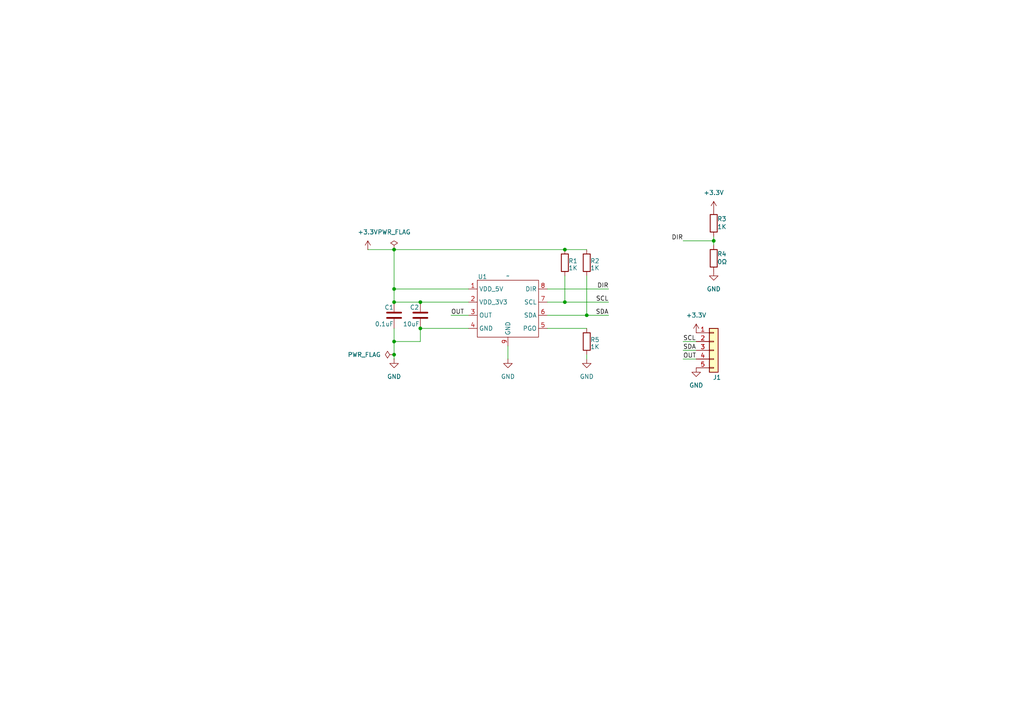
<source format=kicad_sch>
(kicad_sch (version 20231120) (generator "eeschema") (generator_version "8.0")
  (paper "A4")
  (lib_symbols
    (symbol "Connector_Generic:Conn_01x05" (pin_names (offset 1.016) hide)
      (property "Reference" "J" (at 0 7.62 0))
      (property "Value" "Conn_01x05" (at 0 -7.62 0))
      (symbol "Conn_01x05_1_1"
        (rectangle (start -1.27 -4.953) (end 0 -5.207) (stroke (width 0.1524)))
        (rectangle (start -1.27 -2.413) (end 0 -2.667) (stroke (width 0.1524)))
        (rectangle (start -1.27 0.127) (end 0 -0.127) (stroke (width 0.1524)))
        (rectangle (start -1.27 2.667) (end 0 2.413) (stroke (width 0.1524)))
        (rectangle (start -1.27 5.207) (end 0 4.953) (stroke (width 0.1524)))
        (rectangle (start -1.27 6.35) (end 1.27 -6.35) (stroke (width 0.254)) (fill (type background)))
        (pin passive line (at -5.08 5.08 0) (length 3.81) (name "Pin_1") (number "1"))
        (pin passive line (at -5.08 2.54 0) (length 3.81) (name "Pin_2") (number "2"))
        (pin passive line (at -5.08 0 0) (length 3.81) (name "Pin_3") (number "3"))
        (pin passive line (at -5.08 -2.54 0) (length 3.81) (name "Pin_4") (number "4"))
        (pin passive line (at -5.08 -5.08 0) (length 3.81) (name "Pin_5") (number "5"))
      )
    )
    (symbol "Device:C" (pin_numbers hide) (pin_names (offset 0.254))
      (property "Reference" "C" (at 0.635 2.54 0))
      (property "Value" "C" (at 0.635 -2.54 0))
      (symbol "C_0_1"
        (polyline (pts (xy -2.032 -0.762) (xy 2.032 -0.762)) (stroke (width 0.508)))
        (polyline (pts (xy -2.032 0.762) (xy 2.032 0.762)) (stroke (width 0.508)))
      )
      (symbol "C_1_1"
        (pin passive line (at 0 3.81 270) (length 2.794) (name "~") (number "1"))
        (pin passive line (at 0 -3.81 90) (length 2.794) (name "~") (number "2"))
      )
    )
    (symbol "Device:R" (pin_numbers hide) (pin_names (offset 0))
      (property "Reference" "R" (at 2.032 0 90))
      (property "Value" "R" (at 0 0 90))
      (symbol "R_0_1"
        (rectangle (start -1.016 -2.54) (end 1.016 2.54) (stroke (width 0.254)))
      )
      (symbol "R_1_1"
        (pin passive line (at 0 3.81 270) (length 1.27) (name "~") (number "1"))
        (pin passive line (at 0 -3.81 90) (length 1.27) (name "~") (number "2"))
      )
    )
    (symbol "My_Library:AS5600-ASOT"
      (property "Reference" "U" (at 1.27 1.27 0))
      (symbol "AS5600-ASOT_0_1"
        (rectangle (start 0 0) (end 17.78 -16.51))
      )
      (symbol "AS5600-ASOT_1_1"
        (pin power_in line (at -2.54 -2.54 0) (length 2.54) (name "VDD_5V") (number "1"))
        (pin power_in line (at -2.54 -6.35 0) (length 2.54) (name "VDD_3V3") (number "2"))
        (pin output line (at -2.54 -10.16 0) (length 2.54) (name "OUT") (number "3"))
        (pin power_in line (at -2.54 -13.97 0) (length 2.54) (name "GND") (number "4"))
        (pin input line (at 20.32 -13.97 180) (length 2.54) (name "PGO") (number "5"))
        (pin bidirectional line (at 20.32 -10.16 180) (length 2.54) (name "SDA") (number "6"))
        (pin bidirectional line (at 20.32 -6.35 180) (length 2.54) (name "SCL") (number "7"))
        (pin input line (at 20.32 -2.54 180) (length 2.54) (name "DIR") (number "8"))
        (pin power_in line (at 8.89 -19.05 90) (length 2.54) (name "GND") (number "9"))
      )
    )
    (symbol "power:+3.3V" (power) (pin_numbers hide) (pin_names (offset 0) hide)
      (property "Value" "+3.3V" (at 0 3.556 0))
      (symbol "+3.3V_0_1"
        (polyline (pts (xy -0.762 1.27) (xy 0 2.54)))
        (polyline (pts (xy 0 0) (xy 0 2.54)))
        (polyline (pts (xy 0 2.54) (xy 0.762 1.27)))
      )
      (symbol "+3.3V_1_1"
        (pin power_in line (at 0 0 90) (length 0) (name "~") (number "1"))
      )
    )
    (symbol "power:GND" (power) (pin_numbers hide) (pin_names (offset 0) hide)
      (property "Value" "GND" (at 0 -3.81 0))
      (symbol "GND_0_1"
        (polyline (pts (xy 0 0) (xy 0 -1.27) (xy 1.27 -1.27) (xy 0 -2.54) (xy -1.27 -1.27) (xy 0 -1.27)))
      )
      (symbol "GND_1_1"
        (pin power_in line (at 0 0 270) (length 0) (name "~") (number "1"))
      )
    )
    (symbol "power:PWR_FLAG" (power) (pin_numbers hide) (pin_names (offset 0) hide)
      (property "Value" "PWR_FLAG" (at 0 3.81 0))
      (symbol "PWR_FLAG_0_0"
        (pin power_out line (at 0 0 90) (length 0) (name "~") (number "1"))
      )
      (symbol "PWR_FLAG_0_1"
        (polyline (pts (xy 0 0) (xy 0 1.27) (xy -1.016 1.905) (xy 0 2.54) (xy 1.016 1.905) (xy 0 1.27)))
      )
    )
  )
  (junction (at 114.3 102.87))
  (junction (at 163.83 87.63))
  (junction (at 114.3 87.63))
  (junction (at 170.18 91.44))
  (junction (at 114.3 72.39))
  (junction (at 207.01 69.85))
  (junction (at 121.92 87.63))
  (junction (at 114.3 83.82))
  (junction (at 163.83 72.39))
  (junction (at 114.3 99.06))
  (junction (at 121.92 95.25))
  (wire (pts (xy 114.3 87.63) (xy 121.92 87.63)))
  (wire (pts (xy 170.18 91.44) (xy 176.53 91.44)))
  (wire (pts (xy 170.18 80.01) (xy 170.18 91.44)))
  (wire (pts (xy 198.12 104.14) (xy 201.93 104.14)))
  (wire (pts (xy 163.83 80.01) (xy 163.83 87.63)))
  (wire (pts (xy 198.12 69.85) (xy 207.01 69.85)))
  (wire (pts (xy 198.12 99.06) (xy 201.93 99.06)))
  (wire (pts (xy 207.01 69.85) (xy 207.01 71.12)))
  (wire (pts (xy 170.18 95.25) (xy 158.75 95.25)))
  (wire (pts (xy 114.3 83.82) (xy 114.3 87.63)))
  (wire (pts (xy 121.92 87.63) (xy 135.89 87.63)))
  (wire (pts (xy 158.75 87.63) (xy 163.83 87.63)))
  (wire (pts (xy 158.75 91.44) (xy 170.18 91.44)))
  (wire (pts (xy 121.92 99.06) (xy 114.3 99.06)))
  (wire (pts (xy 114.3 72.39) (xy 163.83 72.39)))
  (wire (pts (xy 163.83 72.39) (xy 170.18 72.39)))
  (wire (pts (xy 130.81 91.44) (xy 135.89 91.44)))
  (wire (pts (xy 106.68 72.39) (xy 114.3 72.39)))
  (wire (pts (xy 121.92 95.25) (xy 135.89 95.25)))
  (wire (pts (xy 158.75 83.82) (xy 176.53 83.82)))
  (wire (pts (xy 114.3 95.25) (xy 114.3 99.06)))
  (wire (pts (xy 114.3 99.06) (xy 114.3 102.87)))
  (wire (pts (xy 163.83 87.63) (xy 176.53 87.63)))
  (wire (pts (xy 135.89 83.82) (xy 114.3 83.82)))
  (wire (pts (xy 147.32 104.14) (xy 147.32 100.33)))
  (wire (pts (xy 114.3 102.87) (xy 114.3 104.14)))
  (wire (pts (xy 198.12 101.6) (xy 201.93 101.6)))
  (wire (pts (xy 170.18 102.87) (xy 170.18 104.14)))
  (wire (pts (xy 114.3 83.82) (xy 114.3 72.39)))
  (wire (pts (xy 207.01 68.58) (xy 207.01 69.85)))
  (wire (pts (xy 121.92 95.25) (xy 121.92 99.06)))
  (label "SCL" (at 176.53 87.63 180))
  (label "DIR" (at 176.53 83.82 180))
  (label "OUT" (at 130.81 91.44 0))
  (label "SDA" (at 176.53 91.44 180))
  (label "SCL" (at 198.12 99.06 0))
  (label "OUT" (at 198.12 104.14 0))
  (label "DIR" (at 198.12 69.85 180))
  (label "SDA" (at 198.12 101.6 0))
  (symbol (lib_id "Device:C") (at 121.92 91.44 0) (unit 1)
    (property "Reference" "C2" (at 118.872 89.154 0) (effects (justify left)))
    (property "Value" "10uF" (at 116.84 93.98 0) (effects (justify left)))
    (property "Footprint" "Capacitor_SMD:C_0603_1608Metric_Pad1.08x0.95mm_HandSolder" (effects (hide yes)))
    (property "Description" "Unpolarized capacitor" (effects (hide yes)))
  )
  (symbol (lib_id "Device:C") (at 114.3 91.44 0) (unit 1)
    (property "Reference" "C1" (at 111.506 89.154 0) (effects (justify left)))
    (property "Value" "0.1uF" (at 108.712 93.98 0) (effects (justify left)))
    (property "Footprint" "Capacitor_SMD:C_0603_1608Metric_Pad1.08x0.95mm_HandSolder" (effects (hide yes)))
    (property "Description" "Unpolarized capacitor" (effects (hide yes)))
  )
  (symbol (lib_id "Device:R") (at 163.83 76.2 0) (unit 1)
    (property "Reference" "R1" (at 164.846 75.692 0) (effects (justify left)))
    (property "Value" "1K" (at 164.846 77.724 0) (effects (justify left)))
    (property "Footprint" "Capacitor_SMD:C_0603_1608Metric_Pad1.08x0.95mm_HandSolder" (effects (hide yes)))
    (property "Description" "Resistor" (effects (hide yes)))
  )
  (symbol (lib_id "power:GND") (at 201.93 106.68 0) (unit 1)
    (property "Reference" "#PWR07" (effects (hide yes)))
    (property "Value" "GND" (at 201.93 111.76 0))
    (property "Description" "Power symbol creates a global label with name \"GND\" , ground" (effects (hide yes)))
  )
  (symbol (lib_id "Device:R") (at 207.01 74.93 0) (unit 1)
    (property "Reference" "R4" (at 208.026 73.66 0) (effects (justify left)))
    (property "Value" "0Ω" (at 208.026 75.946 0) (effects (justify left)))
    (property "Footprint" "Capacitor_SMD:C_0603_1608Metric_Pad1.08x0.95mm_HandSolder" (effects (hide yes)))
    (property "Description" "Resistor" (effects (hide yes)))
  )
  (symbol (lib_id "power:GND") (at 147.32 104.14 0) (unit 1)
    (property "Reference" "#PWR08" (effects (hide yes)))
    (property "Value" "GND" (at 147.32 109.22 0))
    (property "Description" "Power symbol creates a global label with name \"GND\" , ground" (effects (hide yes)))
  )
  (symbol (lib_id "power:GND") (at 207.01 78.74 0) (unit 1)
    (property "Reference" "#PWR04" (effects (hide yes)))
    (property "Value" "GND" (at 207.01 83.82 0))
    (property "Description" "Power symbol creates a global label with name \"GND\" , ground" (effects (hide yes)))
  )
  (symbol (lib_id "power:+3.3V") (at 106.68 72.39 0) (unit 1)
    (property "Reference" "#PWR01" (effects (hide yes)))
    (property "Value" "+3.3V" (at 106.68 67.31 0))
    (property "Description" "Power symbol creates a global label with name \"+3.3V\"" (effects (hide yes)))
  )
  (symbol (lib_id "power:+3.3V") (at 207.01 60.96 0) (unit 1)
    (property "Reference" "#PWR05" (effects (hide yes)))
    (property "Value" "+3.3V" (at 207.01 55.88 0))
    (property "Description" "Power symbol creates a global label with name \"+3.3V\"" (effects (hide yes)))
  )
  (symbol (lib_id "power:+3.3V") (at 201.93 96.52 0) (unit 1)
    (property "Reference" "#PWR06" (effects (hide yes)))
    (property "Value" "+3.3V" (at 201.93 91.44 0))
    (property "Description" "Power symbol creates a global label with name \"+3.3V\"" (effects (hide yes)))
  )
  (symbol (lib_id "Device:R") (at 170.18 99.06 0) (unit 1)
    (property "Reference" "R5" (at 171.196 98.552 0) (effects (justify left)))
    (property "Value" "1K" (at 171.196 100.584 0) (effects (justify left)))
    (property "Footprint" "Capacitor_SMD:C_0603_1608Metric_Pad1.08x0.95mm_HandSolder" (effects (hide yes)))
    (property "Description" "Resistor" (effects (hide yes)))
  )
  (symbol (lib_id "Device:R") (at 207.01 64.77 0) (unit 1)
    (property "Reference" "R3" (at 208.026 63.5 0) (effects (justify left)))
    (property "Value" "1K" (at 208.026 65.786 0) (effects (justify left)))
    (property "Footprint" "Capacitor_SMD:C_0603_1608Metric_Pad1.08x0.95mm_HandSolder" (effects (hide yes)))
    (property "Description" "Resistor" (effects (hide yes)))
  )
  (symbol (lib_id "Connector_Generic:Conn_01x05") (at 207.01 101.6 0) (unit 1)
    (property "Reference" "J1" (at 206.756 109.474 0) (effects (justify left)))
    (property "Value" "Conn_01x05" (effects (hide yes)))
    (property "Footprint" "Connector_JST:JST_GH_SM05B-GHS-TB_1x05-1MP_P1.25mm_Horizontal" (effects (hide yes)))
    (property "Description" "Generic connector, single row, 01x05, script generated (kicad-library-utils/schlib/autogen/connector/)" (effects (hide yes)))
  )
  (symbol (lib_id "My_Library:AS5600-ASOT") (at 138.43 81.28 0) (unit 1)
    (property "Reference" "U1" (at 139.954 80.264 0))
    (property "Value" "~" (at 147.32 80.01 0))
    (property "Footprint" "Package_SO:SOIC-8-1EP_3.9x4.9mm_P1.27mm_EP2.41x3.81mm_ThermalVias" (effects (hide yes)))
  )
  (symbol (lib_id "power:PWR_FLAG") (at 114.3 72.39 0) (unit 1)
    (property "Reference" "#FLG01" (effects (hide yes)))
    (property "Value" "PWR_FLAG" (at 114.3 67.31 0))
    (property "Description" "Special symbol for telling ERC where power comes from" (effects (hide yes)))
  )
  (symbol (lib_id "power:GND") (at 170.18 104.14 0) (unit 1)
    (property "Reference" "#PWR03" (effects (hide yes)))
    (property "Value" "GND" (at 170.18 109.22 0))
    (property "Description" "Power symbol creates a global label with name \"GND\" , ground" (effects (hide yes)))
  )
  (symbol (lib_id "Device:R") (at 170.18 76.2 0) (unit 1)
    (property "Reference" "R2" (at 171.196 75.692 0) (effects (justify left)))
    (property "Value" "1K" (at 171.196 77.724 0) (effects (justify left)))
    (property "Footprint" "Capacitor_SMD:C_0603_1608Metric_Pad1.08x0.95mm_HandSolder" (effects (hide yes)))
    (property "Description" "Resistor" (effects (hide yes)))
  )
  (symbol (lib_id "power:GND") (at 114.3 104.14 0) (unit 1)
    (property "Reference" "#PWR02" (effects (hide yes)))
    (property "Value" "GND" (at 114.3 109.22 0))
    (property "Description" "Power symbol creates a global label with name \"GND\" , ground" (effects (hide yes)))
  )
  (symbol (lib_id "power:PWR_FLAG") (at 114.3 102.87 90) (unit 1)
    (property "Reference" "#FLG02" (effects (hide yes)))
    (property "Value" "PWR_FLAG" (at 110.49 102.8699 90) (effects (justify left)))
    (property "Description" "Special symbol for telling ERC where power comes from" (effects (hide yes)))
  )
)
</source>
